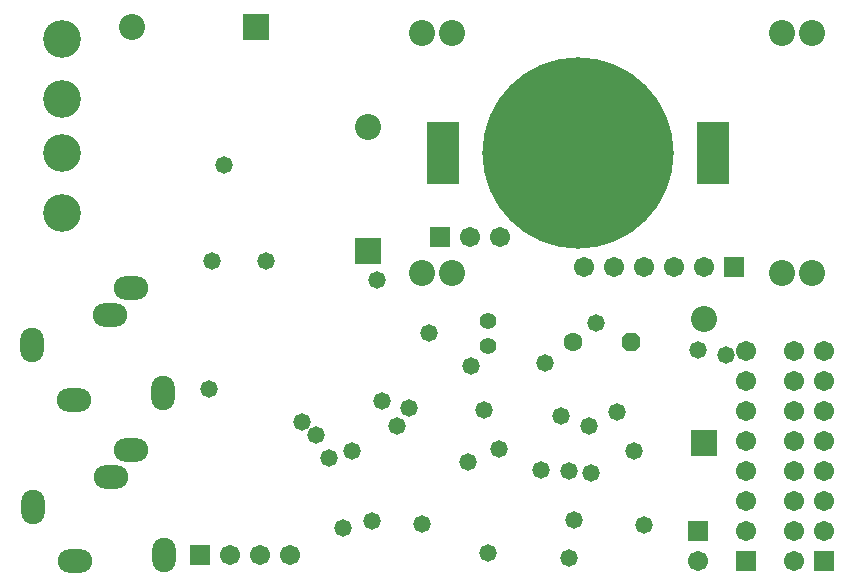
<source format=gbs>
%FSLAX25Y25*%
%MOIN*%
G70*
G01*
G75*
G04 Layer_Color=16711935*
%ADD10R,0.05906X0.05512*%
%ADD11O,0.02756X0.09055*%
%ADD12R,0.05709X0.02362*%
%ADD13R,0.04331X0.05512*%
%ADD14R,0.03937X0.05118*%
%ADD15R,0.05512X0.04331*%
%ADD16O,0.02362X0.09055*%
%ADD17R,0.05906X0.11024*%
%ADD18R,0.11024X0.05906*%
%ADD19R,0.05118X0.03937*%
%ADD20R,0.05512X0.05906*%
%ADD21R,0.05906X0.05906*%
%ADD22O,0.08661X0.02362*%
%ADD23R,0.06102X0.13583*%
%ADD24R,0.06102X0.04331*%
%ADD25R,0.06102X0.04331*%
%ADD26C,0.01200*%
%ADD27C,0.04724*%
%ADD28O,0.07087X0.10630*%
%ADD29O,0.10630X0.07087*%
%ADD30C,0.05906*%
%ADD31R,0.05906X0.05906*%
%ADD32C,0.07874*%
%ADD33R,0.07874X0.07874*%
%ADD34C,0.05512*%
%ADD35P,0.05966X8X202.5*%
%ADD36C,0.04724*%
%ADD37C,0.11810*%
%ADD38R,0.07874X0.07874*%
%ADD39C,0.05000*%
%ADD40C,0.63000*%
%ADD41R,0.10000X0.20000*%
%ADD42C,0.02362*%
%ADD43C,0.00984*%
%ADD44C,0.00787*%
%ADD45C,0.01000*%
%ADD46C,0.00787*%
%ADD47C,0.00800*%
%ADD48R,0.11024X0.03150*%
%ADD49R,0.03150X0.11024*%
%ADD50R,0.06706X0.06312*%
%ADD51O,0.03556X0.09855*%
%ADD52R,0.06509X0.03162*%
%ADD53R,0.05131X0.06312*%
%ADD54R,0.04737X0.05918*%
%ADD55R,0.06312X0.05131*%
%ADD56O,0.03162X0.09855*%
%ADD57R,0.06706X0.11824*%
%ADD58R,0.11824X0.06706*%
%ADD59R,0.05918X0.04737*%
%ADD60R,0.06312X0.06706*%
%ADD61R,0.06706X0.06706*%
%ADD62O,0.09461X0.03162*%
%ADD63R,0.06902X0.14383*%
%ADD64R,0.06902X0.05131*%
%ADD65R,0.06902X0.05131*%
%ADD66C,0.05524*%
%ADD67O,0.07887X0.11430*%
%ADD68O,0.11430X0.07887*%
%ADD69C,0.06706*%
%ADD70R,0.06706X0.06706*%
%ADD71C,0.08674*%
%ADD72R,0.08674X0.08674*%
%ADD73C,0.06312*%
%ADD74P,0.06832X8X202.5*%
%ADD75C,0.05524*%
%ADD76C,0.12610*%
%ADD77R,0.08674X0.08674*%
%ADD78C,0.05800*%
%ADD79C,0.63800*%
%ADD80R,0.10800X0.20800*%
D61*
X162000Y268000D02*
D03*
X242000Y374000D02*
D03*
X340000Y364000D02*
D03*
D66*
X149992Y269898D02*
D03*
Y266354D02*
D03*
X140874Y303020D02*
D03*
X137331D02*
D03*
X130429Y294118D02*
D03*
X133972D02*
D03*
X106228Y282457D02*
D03*
Y286000D02*
D03*
X118457Y266000D02*
D03*
X122000D02*
D03*
X121799Y319882D02*
D03*
X118256D02*
D03*
X106028Y339882D02*
D03*
Y336339D02*
D03*
X133772Y348000D02*
D03*
X130228D02*
D03*
X137130Y356902D02*
D03*
X140673D02*
D03*
X149791Y320236D02*
D03*
Y323780D02*
D03*
D67*
X149992Y268126D02*
D03*
X106228Y284228D02*
D03*
X106028Y338110D02*
D03*
X149791Y322008D02*
D03*
D68*
X139102Y303020D02*
D03*
X132201Y294118D02*
D03*
X120228Y266000D02*
D03*
X120028Y319882D02*
D03*
X132000Y348000D02*
D03*
X138902Y356902D02*
D03*
D69*
X328000Y266000D02*
D03*
X360000Y336000D02*
D03*
X370000D02*
D03*
X360000Y326000D02*
D03*
X370000D02*
D03*
X360000Y316000D02*
D03*
X370000D02*
D03*
X360000Y306000D02*
D03*
X370000D02*
D03*
X360000Y296000D02*
D03*
X370000D02*
D03*
X360000Y286000D02*
D03*
X370000D02*
D03*
X360000Y276000D02*
D03*
X370000D02*
D03*
X360000Y266000D02*
D03*
X172000Y268000D02*
D03*
X182000D02*
D03*
X192000D02*
D03*
X262000Y374000D02*
D03*
X252000D02*
D03*
X344000Y336000D02*
D03*
Y326000D02*
D03*
Y316000D02*
D03*
Y306000D02*
D03*
Y296000D02*
D03*
Y286000D02*
D03*
Y276000D02*
D03*
X290000Y364000D02*
D03*
X300000D02*
D03*
X310000D02*
D03*
X320000D02*
D03*
X330000D02*
D03*
D70*
X328000Y276000D02*
D03*
X370000Y266000D02*
D03*
X344000D02*
D03*
D71*
X330000Y346591D02*
D03*
X366000Y442000D02*
D03*
X356000D02*
D03*
X246000D02*
D03*
X236000D02*
D03*
Y362000D02*
D03*
X246000D02*
D03*
X356000D02*
D03*
X366000D02*
D03*
X218000Y410591D02*
D03*
X139409Y444000D02*
D03*
D72*
X330000Y305409D02*
D03*
X218000Y369409D02*
D03*
D73*
X286394Y339200D02*
D03*
D74*
X305606D02*
D03*
D75*
X258000Y346134D02*
D03*
Y337866D02*
D03*
D76*
X116000Y402000D02*
D03*
Y382000D02*
D03*
Y440000D02*
D03*
Y420000D02*
D03*
D77*
X180591Y444000D02*
D03*
D78*
X282200Y314400D02*
D03*
X238300Y342000D02*
D03*
X294000Y345500D02*
D03*
X256500Y316500D02*
D03*
X261500Y303500D02*
D03*
X276900Y332200D02*
D03*
X196000Y312400D02*
D03*
X209500Y277202D02*
D03*
X301100Y315700D02*
D03*
X205000Y300400D02*
D03*
X310050Y277950D02*
D03*
X212500Y302800D02*
D03*
X231700Y317200D02*
D03*
X165000Y323300D02*
D03*
X222500Y319350D02*
D03*
X170000Y398000D02*
D03*
X284900Y295900D02*
D03*
X200700Y308200D02*
D03*
X219300Y279300D02*
D03*
X285100Y266900D02*
D03*
X251200Y299200D02*
D03*
X291500Y311000D02*
D03*
X306500Y302800D02*
D03*
X292200Y295400D02*
D03*
X286800Y279800D02*
D03*
X275800Y296300D02*
D03*
X328000Y336500D02*
D03*
X337400Y334800D02*
D03*
X258100Y268600D02*
D03*
X252300Y331200D02*
D03*
X235900Y278400D02*
D03*
X227700Y311100D02*
D03*
X221000Y359600D02*
D03*
X184000Y366000D02*
D03*
X166000D02*
D03*
D79*
X288000Y402000D02*
D03*
D80*
X333000D02*
D03*
X243000D02*
D03*
M02*

</source>
